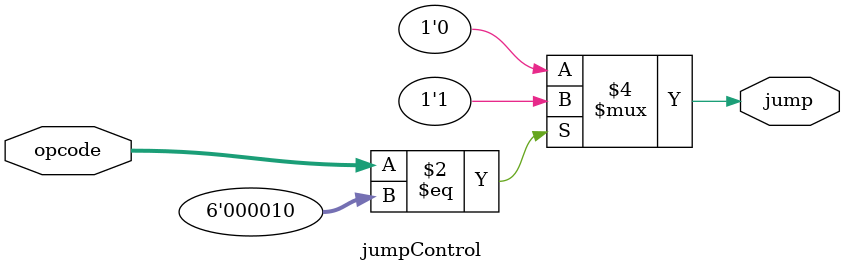
<source format=v>
`timescale 1ns / 1ps

module jumpControl(input [5:0] opcode,
						 output reg jump
    );
always @(*)
begin 
	if (opcode == 6'b000010)
	jump <= 1;
	else 
	jump <= 0;
end

endmodule

</source>
